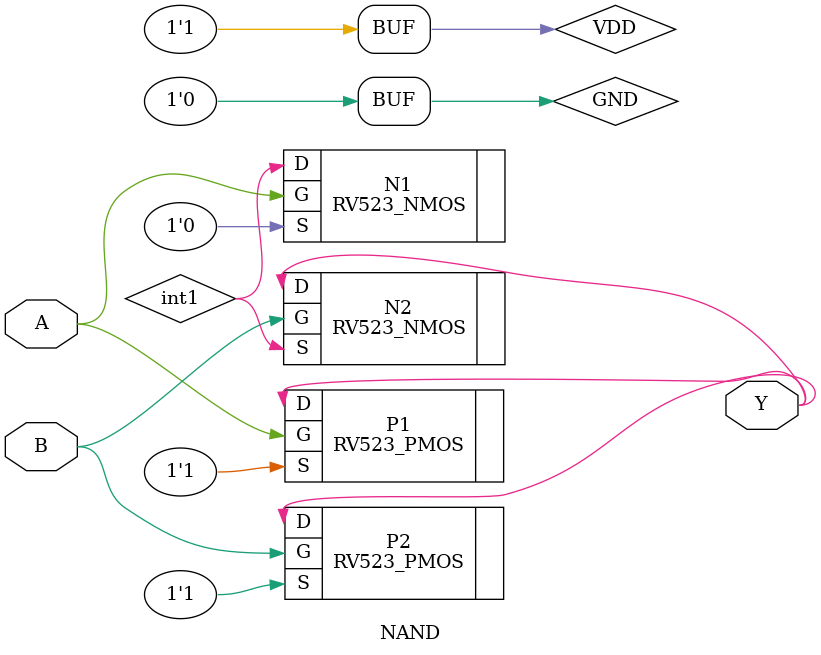
<source format=v>
(* pins = "-,A,-,B,Y" *)
module NAND(
    output Y,
    input A,
    input B
);
    supply1 VDD;
    supply0 GND;
    wire int1;

    RV523_NMOS N1(
        .S(GND),
        .D(int1),
        .G(A)
    );
    RV523_NMOS N2(
        .S(int1),
        .D(Y),
        .G(B)
    );
    RV523_PMOS P1(
        .S(VDD),
        .D(Y),
        .G(A)
    );
    RV523_PMOS P2(
        .S(VDD),
        .D(Y),
        .G(B)
    );
endmodule
</source>
